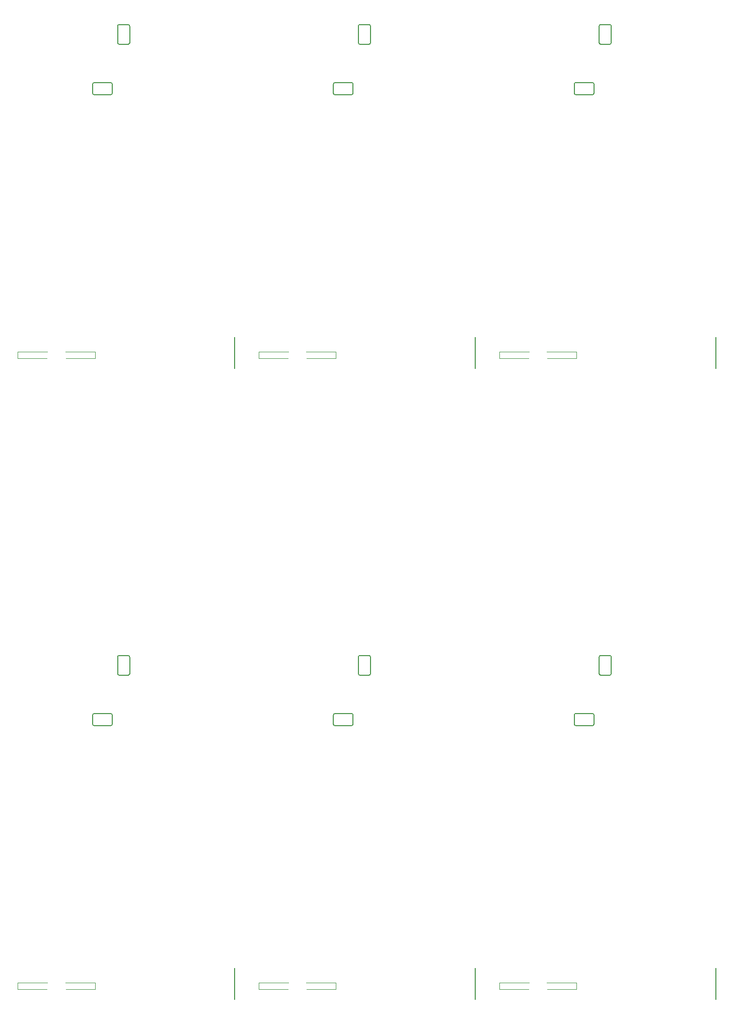
<source format=gbr>
G04 #@! TF.GenerationSoftware,KiCad,Pcbnew,(5.0.0)*
G04 #@! TF.CreationDate,2019-01-02T13:47:13-06:00*
G04 #@! TF.ProjectId,fk-weather-v0.11-02x03,666B2D776561746865722D76302E3131,0.1*
G04 #@! TF.SameCoordinates,PX791ddc0PY791ddc0*
G04 #@! TF.FileFunction,Legend,Bot*
G04 #@! TF.FilePolarity,Positive*
%FSLAX46Y46*%
G04 Gerber Fmt 4.6, Leading zero omitted, Abs format (unit mm)*
G04 Created by KiCad (PCBNEW (5.0.0)) date 01/02/19 13:47:13*
%MOMM*%
%LPD*%
G01*
G04 APERTURE LIST*
%ADD10C,0.152400*%
%ADD11C,0.150000*%
%ADD12C,0.100000*%
G04 APERTURE END LIST*
D10*
G04 #@! TO.C,J12*
X41551400Y-66492400D02*
X41551400Y-63698400D01*
X39773400Y-66746400D02*
X41297400Y-66746400D01*
X39773400Y-63444400D02*
X41297400Y-63444400D01*
X39773400Y-63444400D02*
G75*
G03X39519400Y-63698400I0J-254000D01*
G01*
X39519400Y-66492400D02*
G75*
G03X39773400Y-66746400I254000J0D01*
G01*
X41551400Y-66492400D02*
G75*
G02X41297400Y-66746400I-254000J0D01*
G01*
X41297400Y-63444400D02*
G75*
G02X41551400Y-63698400I0J-254000D01*
G01*
X39519400Y-63698400D02*
X39519400Y-66492400D01*
X1051400Y-66492400D02*
X1051400Y-63698400D01*
X-726600Y-66746400D02*
X797400Y-66746400D01*
X-726600Y-63444400D02*
X797400Y-63444400D01*
X-726600Y-63444400D02*
G75*
G03X-980600Y-63698400I0J-254000D01*
G01*
X-980600Y-66492400D02*
G75*
G03X-726600Y-66746400I254000J0D01*
G01*
X1051400Y-66492400D02*
G75*
G02X797400Y-66746400I-254000J0D01*
G01*
X797400Y-63444400D02*
G75*
G02X1051400Y-63698400I0J-254000D01*
G01*
X-980600Y-63698400D02*
X-980600Y-66492400D01*
X-39448600Y-66492400D02*
X-39448600Y-63698400D01*
X-41226600Y-66746400D02*
X-39702600Y-66746400D01*
X-41226600Y-63444400D02*
X-39702600Y-63444400D01*
X-41226600Y-63444400D02*
G75*
G03X-41480600Y-63698400I0J-254000D01*
G01*
X-41480600Y-66492400D02*
G75*
G03X-41226600Y-66746400I254000J0D01*
G01*
X-39448600Y-66492400D02*
G75*
G02X-39702600Y-66746400I-254000J0D01*
G01*
X-39702600Y-63444400D02*
G75*
G02X-39448600Y-63698400I0J-254000D01*
G01*
X-41480600Y-63698400D02*
X-41480600Y-66492400D01*
X41551400Y39507600D02*
X41551400Y42301600D01*
X39773400Y39253600D02*
X41297400Y39253600D01*
X39773400Y42555600D02*
X41297400Y42555600D01*
X39773400Y42555600D02*
G75*
G03X39519400Y42301600I0J-254000D01*
G01*
X39519400Y39507600D02*
G75*
G03X39773400Y39253600I254000J0D01*
G01*
X41551400Y39507600D02*
G75*
G02X41297400Y39253600I-254000J0D01*
G01*
X41297400Y42555600D02*
G75*
G02X41551400Y42301600I0J-254000D01*
G01*
X39519400Y42301600D02*
X39519400Y39507600D01*
X1051400Y39507600D02*
X1051400Y42301600D01*
X-726600Y39253600D02*
X797400Y39253600D01*
X-726600Y42555600D02*
X797400Y42555600D01*
X-726600Y42555600D02*
G75*
G03X-980600Y42301600I0J-254000D01*
G01*
X-980600Y39507600D02*
G75*
G03X-726600Y39253600I254000J0D01*
G01*
X1051400Y39507600D02*
G75*
G02X797400Y39253600I-254000J0D01*
G01*
X797400Y42555600D02*
G75*
G02X1051400Y42301600I0J-254000D01*
G01*
X-980600Y42301600D02*
X-980600Y39507600D01*
D11*
G04 #@! TO.C,J5*
X59163600Y-119577400D02*
X59163600Y-117577400D01*
X59163600Y-117567400D02*
X59163600Y-115967400D01*
X59163600Y-121187400D02*
X59163600Y-119587400D01*
X18663600Y-119577400D02*
X18663600Y-117577400D01*
X18663600Y-117567400D02*
X18663600Y-115967400D01*
X18663600Y-121187400D02*
X18663600Y-119587400D01*
X-21836400Y-119577400D02*
X-21836400Y-117577400D01*
X-21836400Y-117567400D02*
X-21836400Y-115967400D01*
X-21836400Y-121187400D02*
X-21836400Y-119587400D01*
X59163600Y-13577400D02*
X59163600Y-11577400D01*
X59163600Y-11567400D02*
X59163600Y-9967400D01*
X59163600Y-15187400D02*
X59163600Y-13587400D01*
X18663600Y-13577400D02*
X18663600Y-11577400D01*
X18663600Y-11567400D02*
X18663600Y-9967400D01*
X18663600Y-15187400D02*
X18663600Y-13587400D01*
D10*
G04 #@! TO.C,J9*
X35582400Y-75230000D02*
X38376400Y-75230000D01*
X35328400Y-73452000D02*
G75*
G02X35582400Y-73198000I254000J0D01*
G01*
X38376400Y-73198000D02*
G75*
G02X38630400Y-73452000I0J-254000D01*
G01*
X38376400Y-75230000D02*
G75*
G03X38630400Y-74976000I0J254000D01*
G01*
X35328400Y-74976000D02*
G75*
G03X35582400Y-75230000I254000J0D01*
G01*
X35328400Y-74976000D02*
X35328400Y-73452000D01*
X38630400Y-74976000D02*
X38630400Y-73452000D01*
X38376400Y-73198000D02*
X35582400Y-73198000D01*
X-4917600Y-75230000D02*
X-2123600Y-75230000D01*
X-5171600Y-73452000D02*
G75*
G02X-4917600Y-73198000I254000J0D01*
G01*
X-2123600Y-73198000D02*
G75*
G02X-1869600Y-73452000I0J-254000D01*
G01*
X-2123600Y-75230000D02*
G75*
G03X-1869600Y-74976000I0J254000D01*
G01*
X-5171600Y-74976000D02*
G75*
G03X-4917600Y-75230000I254000J0D01*
G01*
X-5171600Y-74976000D02*
X-5171600Y-73452000D01*
X-1869600Y-74976000D02*
X-1869600Y-73452000D01*
X-2123600Y-73198000D02*
X-4917600Y-73198000D01*
X-45417600Y-75230000D02*
X-42623600Y-75230000D01*
X-45671600Y-73452000D02*
G75*
G02X-45417600Y-73198000I254000J0D01*
G01*
X-42623600Y-73198000D02*
G75*
G02X-42369600Y-73452000I0J-254000D01*
G01*
X-42623600Y-75230000D02*
G75*
G03X-42369600Y-74976000I0J254000D01*
G01*
X-45671600Y-74976000D02*
G75*
G03X-45417600Y-75230000I254000J0D01*
G01*
X-45671600Y-74976000D02*
X-45671600Y-73452000D01*
X-42369600Y-74976000D02*
X-42369600Y-73452000D01*
X-42623600Y-73198000D02*
X-45417600Y-73198000D01*
X35582400Y30770000D02*
X38376400Y30770000D01*
X35328400Y32548000D02*
G75*
G02X35582400Y32802000I254000J0D01*
G01*
X38376400Y32802000D02*
G75*
G02X38630400Y32548000I0J-254000D01*
G01*
X38376400Y30770000D02*
G75*
G03X38630400Y31024000I0J254000D01*
G01*
X35328400Y31024000D02*
G75*
G03X35582400Y30770000I254000J0D01*
G01*
X35328400Y31024000D02*
X35328400Y32548000D01*
X38630400Y31024000D02*
X38630400Y32548000D01*
X38376400Y32802000D02*
X35582400Y32802000D01*
X-4917600Y30770000D02*
X-2123600Y30770000D01*
X-5171600Y32548000D02*
G75*
G02X-4917600Y32802000I254000J0D01*
G01*
X-2123600Y32802000D02*
G75*
G02X-1869600Y32548000I0J-254000D01*
G01*
X-2123600Y30770000D02*
G75*
G03X-1869600Y31024000I0J254000D01*
G01*
X-5171600Y31024000D02*
G75*
G03X-4917600Y30770000I254000J0D01*
G01*
X-5171600Y31024000D02*
X-5171600Y32548000D01*
X-1869600Y31024000D02*
X-1869600Y32548000D01*
X-2123600Y32802000D02*
X-4917600Y32802000D01*
D12*
G04 #@! TO.C,BT1*
X22737604Y-118450921D02*
X22737604Y-119492604D01*
X22737604Y-119492604D02*
X27649907Y-119492604D01*
X35724273Y-119492604D02*
X35724273Y-118450921D01*
X27723935Y-118450921D02*
X22737604Y-118450921D01*
X30817258Y-119492604D02*
X35724273Y-119492604D01*
X35724273Y-118450921D02*
X30737942Y-118450921D01*
X27649907Y-119492604D02*
X27655195Y-119492604D01*
X-17762396Y-118450921D02*
X-17762396Y-119492604D01*
X-17762396Y-119492604D02*
X-12850093Y-119492604D01*
X-4775727Y-119492604D02*
X-4775727Y-118450921D01*
X-12776065Y-118450921D02*
X-17762396Y-118450921D01*
X-9682742Y-119492604D02*
X-4775727Y-119492604D01*
X-4775727Y-118450921D02*
X-9762058Y-118450921D01*
X-12850093Y-119492604D02*
X-12844805Y-119492604D01*
X-58262396Y-118450921D02*
X-58262396Y-119492604D01*
X-58262396Y-119492604D02*
X-53350093Y-119492604D01*
X-45275727Y-119492604D02*
X-45275727Y-118450921D01*
X-53276065Y-118450921D02*
X-58262396Y-118450921D01*
X-50182742Y-119492604D02*
X-45275727Y-119492604D01*
X-45275727Y-118450921D02*
X-50262058Y-118450921D01*
X-53350093Y-119492604D02*
X-53344805Y-119492604D01*
X22737604Y-12450921D02*
X22737604Y-13492604D01*
X22737604Y-13492604D02*
X27649907Y-13492604D01*
X35724273Y-13492604D02*
X35724273Y-12450921D01*
X27723935Y-12450921D02*
X22737604Y-12450921D01*
X30817258Y-13492604D02*
X35724273Y-13492604D01*
X35724273Y-12450921D02*
X30737942Y-12450921D01*
X27649907Y-13492604D02*
X27655195Y-13492604D01*
X-17762396Y-12450921D02*
X-17762396Y-13492604D01*
X-17762396Y-13492604D02*
X-12850093Y-13492604D01*
X-4775727Y-13492604D02*
X-4775727Y-12450921D01*
X-12776065Y-12450921D02*
X-17762396Y-12450921D01*
X-9682742Y-13492604D02*
X-4775727Y-13492604D01*
X-4775727Y-12450921D02*
X-9762058Y-12450921D01*
X-12850093Y-13492604D02*
X-12844805Y-13492604D01*
D10*
G04 #@! TO.C,J9*
X-42623600Y32802000D02*
X-45417600Y32802000D01*
X-42369600Y31024000D02*
X-42369600Y32548000D01*
X-45671600Y31024000D02*
X-45671600Y32548000D01*
X-45671600Y31024000D02*
G75*
G03X-45417600Y30770000I254000J0D01*
G01*
X-42623600Y30770000D02*
G75*
G03X-42369600Y31024000I0J254000D01*
G01*
X-42623600Y32802000D02*
G75*
G02X-42369600Y32548000I0J-254000D01*
G01*
X-45671600Y32548000D02*
G75*
G02X-45417600Y32802000I254000J0D01*
G01*
X-45417600Y30770000D02*
X-42623600Y30770000D01*
G04 #@! TO.C,J12*
X-41480600Y42301600D02*
X-41480600Y39507600D01*
X-39702600Y42555600D02*
G75*
G02X-39448600Y42301600I0J-254000D01*
G01*
X-39448600Y39507600D02*
G75*
G02X-39702600Y39253600I-254000J0D01*
G01*
X-41480600Y39507600D02*
G75*
G03X-41226600Y39253600I254000J0D01*
G01*
X-41226600Y42555600D02*
G75*
G03X-41480600Y42301600I0J-254000D01*
G01*
X-41226600Y42555600D02*
X-39702600Y42555600D01*
X-41226600Y39253600D02*
X-39702600Y39253600D01*
X-39448600Y39507600D02*
X-39448600Y42301600D01*
D11*
G04 #@! TO.C,J5*
X-21836400Y-15187400D02*
X-21836400Y-13587400D01*
X-21836400Y-11567400D02*
X-21836400Y-9967400D01*
X-21836400Y-13577400D02*
X-21836400Y-11577400D01*
D12*
G04 #@! TO.C,BT1*
X-53350093Y-13492604D02*
X-53344805Y-13492604D01*
X-45275727Y-12450921D02*
X-50262058Y-12450921D01*
X-50182742Y-13492604D02*
X-45275727Y-13492604D01*
X-53276065Y-12450921D02*
X-58262396Y-12450921D01*
X-45275727Y-13492604D02*
X-45275727Y-12450921D01*
X-58262396Y-13492604D02*
X-53350093Y-13492604D01*
X-58262396Y-12450921D02*
X-58262396Y-13492604D01*
G04 #@! TD*
M02*

</source>
